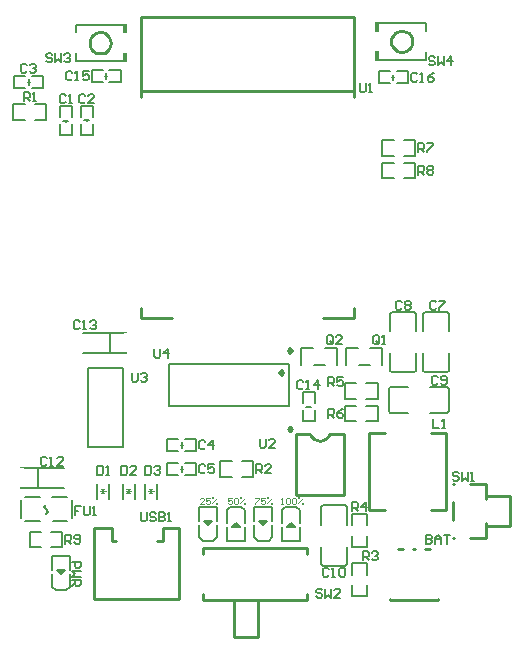
<source format=gto>
G04*
G04 #@! TF.GenerationSoftware,Altium Limited,Altium Designer,22.11.1 (43)*
G04*
G04 Layer_Color=65535*
%FSLAX25Y25*%
%MOIN*%
G70*
G04*
G04 #@! TF.SameCoordinates,76B60832-644B-4AE7-BD70-8BB73C9281A9*
G04*
G04*
G04 #@! TF.FilePolarity,Positive*
G04*
G01*
G75*
%ADD10C,0.01181*%
%ADD11C,0.01000*%
%ADD12C,0.00598*%
%ADD13C,0.00600*%
%ADD14C,0.00591*%
%ADD15C,0.00512*%
%ADD16C,0.00394*%
%ADD17C,0.00787*%
%ADD18C,0.00500*%
%ADD19C,0.00400*%
G36*
X8701Y37250D02*
Y37849D01*
X6901D01*
Y37250D01*
X8701D01*
D01*
D02*
G37*
G36*
X34500Y36500D02*
X35600Y35600D01*
X33400D01*
X34500Y36500D01*
X33400Y37400D01*
X35600D01*
X34500Y36500D01*
D02*
G37*
G36*
X43000D02*
X44100Y35600D01*
X41900D01*
X43000Y36500D01*
X41900Y37400D01*
X44100D01*
X43000Y36500D01*
D02*
G37*
G36*
X50500D02*
X51600Y35600D01*
X49400D01*
X50500Y36500D01*
X49400Y37400D01*
X51600D01*
X50500Y36500D01*
D02*
G37*
G36*
X126323Y189777D02*
X125123D01*
Y192868D01*
X126323D01*
Y189777D01*
D02*
G37*
G36*
X42377Y189277D02*
X41177D01*
Y192368D01*
X42377D01*
Y189277D01*
D02*
G37*
G36*
X126323Y180132D02*
X125123D01*
Y183223D01*
X126323D01*
Y180132D01*
D02*
G37*
G36*
X42377Y179632D02*
X41177D01*
Y182723D01*
X42377D01*
Y179632D01*
D02*
G37*
G36*
X42599Y89151D02*
X40799D01*
Y89750D01*
X42599D01*
Y89151D01*
D02*
G37*
G36*
Y82250D02*
X40799D01*
Y82849D01*
X42599D01*
Y82250D01*
D02*
G37*
G36*
X8701Y44151D02*
X6901D01*
Y44750D01*
X8701D01*
Y44151D01*
D02*
G37*
D10*
X94591Y76012D02*
X94000Y76603D01*
X93409Y76012D01*
X94000Y75421D01*
X94591Y76012D01*
X97474Y83309D02*
X96883Y83900D01*
X96292Y83309D01*
X96883Y82718D01*
X97474Y83309D01*
D11*
X97552Y57429D02*
X96882Y58099D01*
X96212Y57429D01*
X96882Y56759D01*
X97552Y57429D01*
X103575Y55342D02*
X104113Y54521D01*
X104859Y53883D01*
X105753Y53479D01*
X106725Y53340D01*
X107697Y53479D01*
X108591Y53883D01*
X109337Y54521D01*
X109875Y55342D01*
X137543Y186500D02*
X137400Y187498D01*
X136981Y188416D01*
X136320Y189178D01*
X135472Y189723D01*
X134504Y190007D01*
X133496D01*
X132528Y189723D01*
X131680Y189178D01*
X131019Y188416D01*
X130600Y187498D01*
X130457Y186500D01*
X130600Y185502D01*
X131019Y184584D01*
X131680Y183822D01*
X132528Y183277D01*
X133496Y182993D01*
X134504D01*
X135472Y183277D01*
X136320Y183822D01*
X136981Y184584D01*
X137400Y185502D01*
X137543Y186500D01*
X37043Y186000D02*
X36900Y186998D01*
X36481Y187916D01*
X35820Y188678D01*
X34972Y189223D01*
X34004Y189507D01*
X32996D01*
X32028Y189223D01*
X31179Y188678D01*
X30519Y187916D01*
X30100Y186998D01*
X29957Y186000D01*
X30100Y185002D01*
X30519Y184084D01*
X31179Y183322D01*
X32028Y182777D01*
X32996Y182493D01*
X34004D01*
X34972Y182777D01*
X35820Y183322D01*
X36481Y184084D01*
X36900Y185002D01*
X37043Y186000D01*
X37500Y20009D02*
X38684D01*
X52315D02*
X54500D01*
Y24409D01*
X59700D01*
X31400D02*
X37500D01*
Y20009D02*
Y24409D01*
X31327Y743D02*
Y24365D01*
Y743D02*
X59673D01*
Y24365D01*
X98654Y55539D02*
X103575D01*
X109875D02*
X114796D01*
X98654Y35461D02*
Y55540D01*
Y35461D02*
X114796D01*
Y35460D02*
Y55539D01*
X47244Y168046D02*
Y170050D01*
Y94396D02*
X57496D01*
X47244D02*
Y97682D01*
X118177Y94396D02*
Y97682D01*
X107859Y94396D02*
X118177D01*
Y168046D02*
Y170050D01*
X47244D02*
X118111D01*
X47244Y194790D02*
X118111D01*
X47244Y169396D02*
Y194790D01*
X118111Y169333D02*
Y194790D01*
X77978Y-12000D02*
Y339D01*
Y-12000D02*
X86000D01*
Y339D01*
X67677Y17661D02*
X102323D01*
X67677Y339D02*
X102323D01*
X67677Y15751D02*
Y17661D01*
Y339D02*
Y2249D01*
X102323Y15751D02*
Y17661D01*
Y339D02*
Y2249D01*
X151276Y21001D02*
Y21107D01*
Y27083D02*
Y32918D01*
Y39000D02*
X151398D01*
X151276Y38894D02*
Y39000D01*
X162276Y33985D02*
Y39000D01*
X156642D02*
X162276D01*
X156642Y21001D02*
X162276D01*
Y26015D01*
X151276Y21001D02*
X151398D01*
X162276Y34806D02*
X170276D01*
Y25001D02*
Y34806D01*
X162276Y25001D02*
X170276D01*
X162276D02*
Y25096D01*
X143662Y55809D02*
X148795D01*
X123205Y30219D02*
X128338D01*
X123205D02*
Y55809D01*
X128338D01*
X148795Y30219D02*
Y55809D01*
X143662Y30219D02*
X148795D01*
X141800Y17374D02*
X143515D01*
X137863D02*
X138405D01*
X133385D02*
X134468D01*
X141800Y17371D02*
X143515D01*
X132737Y17374D02*
X134189D01*
X130252Y248D02*
Y716D01*
X146000Y248D02*
Y716D01*
X130252Y248D02*
X146000D01*
D12*
X15502Y32000D02*
X14752Y31250D01*
X15502Y30500D01*
Y29000D02*
X16252Y29750D01*
X15502Y30500D01*
X24002Y27500D02*
Y33500D01*
X7002Y27500D02*
Y33500D01*
D13*
X115802Y31223D02*
X115202Y31823D01*
X107798D02*
X107198Y31223D01*
X115202Y11637D02*
X115802Y12237D01*
X107198D02*
X107798Y11637D01*
X130237Y71302D02*
X129637Y70702D01*
Y63298D02*
X130237Y62698D01*
X149823Y70702D02*
X149223Y71302D01*
Y62698D02*
X149823Y63298D01*
X130198Y76777D02*
X130798Y76177D01*
X138202D02*
X138802Y76777D01*
X130798Y96363D02*
X130198Y95763D01*
X138802D02*
X138202Y96363D01*
X141198Y76777D02*
X141798Y76177D01*
X149202D02*
X149802Y76777D01*
X141798Y96363D02*
X141198Y95763D01*
X149802D02*
X149202Y96363D01*
X96485Y65026D02*
Y78974D01*
X56515Y65026D02*
X96485D01*
X56515D02*
Y78974D01*
X96485D01*
X29601Y77595D02*
X41187D01*
X29601Y51405D02*
Y77595D01*
Y51405D02*
X41187D01*
Y77595D01*
X141977Y180432D02*
Y183023D01*
X126023Y180432D02*
X141977D01*
Y189977D02*
Y192568D01*
X126023D02*
X141977D01*
X25523Y189477D02*
Y192068D01*
X41477D01*
X25523Y179932D02*
Y182523D01*
Y179932D02*
X41477D01*
X17144Y17899D02*
X20919D01*
Y23101D01*
X17144D02*
X20919D01*
X10013Y17899D02*
X13788D01*
X10013D02*
Y23101D01*
X13788D01*
X134712Y140899D02*
X138487D01*
Y146101D01*
X134712D02*
X138487D01*
X127581Y140899D02*
X131356D01*
X127581D02*
Y146101D01*
X131356D01*
X134712Y148399D02*
X138487D01*
Y153601D01*
X134712D02*
X138487D01*
X127581Y148399D02*
X131356D01*
X127581D02*
Y153601D01*
X131356D01*
X115081Y65101D02*
X118856D01*
X115081Y59899D02*
Y65101D01*
Y59899D02*
X118856D01*
X122212Y65101D02*
X125987D01*
Y59899D02*
Y65101D01*
X122212Y59899D02*
X125987D01*
X122212Y67399D02*
X125987D01*
Y72601D01*
X122212D02*
X125987D01*
X115081Y67399D02*
X118856D01*
X115081D02*
Y72601D01*
X118856D01*
X122601Y25144D02*
Y28919D01*
X117399D02*
X122601D01*
X117399Y25144D02*
Y28919D01*
X122601Y18013D02*
Y21788D01*
X117399Y18013D02*
X122601D01*
X117399D02*
Y21788D01*
Y1581D02*
Y5356D01*
Y1581D02*
X122601D01*
Y5356D01*
X117399Y8712D02*
Y12487D01*
X122601D01*
Y8712D02*
Y12487D01*
X73547Y46601D02*
X77322D01*
X73547Y41399D02*
Y46601D01*
Y41399D02*
X77322D01*
X80678Y46601D02*
X84453D01*
Y41399D02*
Y46601D01*
X80678Y41399D02*
X84453D01*
X4581Y165601D02*
X8356D01*
X4581Y160399D02*
Y165601D01*
Y160399D02*
X8356D01*
X11712Y165601D02*
X15487D01*
Y160399D02*
Y165601D01*
X11712Y160399D02*
X15487D01*
X112509Y78641D02*
Y84359D01*
X108447D02*
X112509D01*
X100491Y78641D02*
Y84359D01*
X104553D01*
X104707Y78641D02*
X108293D01*
X127509D02*
Y84359D01*
X123447D02*
X127509D01*
X115491Y78641D02*
Y84359D01*
X119553D01*
X119707Y78641D02*
X123293D01*
X8502Y26500D02*
X13502D01*
X17646D02*
X22502D01*
X17502Y34500D02*
X22502D01*
X8502D02*
X13502D01*
X131200Y174500D02*
X131500D01*
X130900D02*
X131200D01*
Y173600D02*
Y175400D01*
X35200Y175000D02*
X35500D01*
X35800D01*
X35500Y174100D02*
Y175900D01*
X103000Y64800D02*
Y65100D01*
Y64500D02*
Y64800D01*
X102100D02*
X103900D01*
X27901Y89450D02*
X41099D01*
X27901Y82550D02*
X41099D01*
X36879D02*
Y89450D01*
X8401Y37550D02*
X21599D01*
X8401Y44450D02*
X21599D01*
X12621Y37550D02*
Y44450D01*
X107198Y25376D02*
Y31223D01*
X115802Y25376D02*
Y31223D01*
X107798Y31823D02*
X115202D01*
X107198Y12237D02*
Y18083D01*
X115802Y12237D02*
Y18083D01*
X107798Y11637D02*
X115202D01*
X130237Y62698D02*
X136083D01*
X130237Y71302D02*
X136083D01*
X129637Y63298D02*
Y70702D01*
X143377Y62698D02*
X149223D01*
X143377Y71302D02*
X149223D01*
X149823Y63298D02*
Y70702D01*
X138802Y76777D02*
Y82623D01*
X130198Y76777D02*
Y82623D01*
X130798Y76177D02*
X138202D01*
X138802Y89916D02*
Y95763D01*
X130198Y89916D02*
Y95763D01*
X130798Y96363D02*
X138202D01*
X149802Y76777D02*
Y82623D01*
X141198Y76777D02*
Y82623D01*
X141798Y76177D02*
X149202D01*
X149802Y89916D02*
Y95763D01*
X141198Y89916D02*
Y95763D01*
X141798Y96363D02*
X149202D01*
X60700Y44000D02*
X61000D01*
X60400D02*
X60700D01*
Y43100D02*
Y44900D01*
Y52000D02*
X61000D01*
X60400D02*
X60700D01*
Y51100D02*
Y52900D01*
X9700Y173000D02*
X10000D01*
X9400D02*
X9700D01*
Y172100D02*
Y173900D01*
X29000Y160200D02*
Y160500D01*
Y159900D02*
Y160200D01*
X28100D02*
X29900D01*
X22000Y160100D02*
Y160400D01*
Y159800D02*
Y160100D01*
X21100D02*
X22900D01*
D14*
X21787Y10181D02*
Y10220D01*
X20488Y8882D02*
X21787Y10181D01*
X19110Y10220D02*
X19149D01*
X20488Y8882D01*
X19110Y10220D02*
X21787D01*
X17535Y10299D02*
Y14827D01*
X23441Y10299D02*
Y14827D01*
X17535D02*
X23362D01*
X23450Y4669D02*
Y8803D01*
X21875Y3488D02*
X22269D01*
X23450Y4669D01*
X19119Y3488D02*
X21875D01*
X18725D02*
X19119D01*
X17544Y4669D02*
X18725Y3488D01*
X17544Y4669D02*
Y8803D01*
X20488Y8882D02*
Y10220D01*
X95740Y24594D02*
Y24634D01*
X97039Y25933D01*
X98378Y24594D02*
X98417D01*
X97039Y25933D02*
X98378Y24594D01*
X95740D02*
X98417D01*
X99992Y19988D02*
Y24516D01*
X94086Y19988D02*
Y24516D01*
X94165Y19988D02*
X99992D01*
X94077Y26012D02*
Y30146D01*
X95258Y31327D02*
X95652D01*
X94077Y30146D02*
X95258Y31327D01*
X95652D02*
X98408D01*
X98802D01*
X99983Y30146D01*
Y26012D02*
Y30146D01*
X97039Y24594D02*
Y25933D01*
X89149Y26681D02*
Y26720D01*
X87849Y25382D02*
X89149Y26681D01*
X86471Y26720D02*
X86511D01*
X87849Y25382D01*
X86471Y26720D02*
X89149D01*
X84896Y26799D02*
Y31327D01*
X90802Y26799D02*
Y31327D01*
X84897D02*
X90723D01*
X90811Y21169D02*
Y25303D01*
X89236Y19988D02*
X89630D01*
X90811Y21169D01*
X86481Y19988D02*
X89236D01*
X86086D02*
X86481D01*
X84905Y21169D02*
X86086Y19988D01*
X84905Y21169D02*
Y25303D01*
X87849Y25382D02*
Y26720D01*
X77378Y24594D02*
Y24634D01*
X78678Y25933D01*
X80016Y24594D02*
X80056D01*
X78678Y25933D02*
X80016Y24594D01*
X77378D02*
X80056D01*
X81631Y19988D02*
Y24516D01*
X75725Y19988D02*
Y24516D01*
X75804Y19988D02*
X81630D01*
X75716Y26012D02*
Y30146D01*
X76897Y31327D02*
X77291D01*
X75716Y30146D02*
X76897Y31327D01*
X77291D02*
X80046D01*
X80441D01*
X81622Y30146D01*
Y26012D02*
Y30146D01*
X78678Y24594D02*
Y25933D01*
X70787Y26681D02*
Y26720D01*
X69488Y25382D02*
X70787Y26681D01*
X68110Y26720D02*
X68149D01*
X69488Y25382D01*
X68110Y26720D02*
X70787D01*
X66535Y26799D02*
Y31327D01*
X72441Y26799D02*
Y31327D01*
X66535D02*
X72362D01*
X72450Y21169D02*
Y25303D01*
X70875Y19988D02*
X71269D01*
X72450Y21169D01*
X68119Y19988D02*
X70875D01*
X67725D02*
X68119D01*
X66544Y21169D02*
X67725Y19988D01*
X66544Y21169D02*
Y25303D01*
X69488Y25382D02*
Y26720D01*
D15*
X52469Y33941D02*
Y39059D01*
X48531Y33941D02*
Y39059D01*
X44969Y33941D02*
Y39059D01*
X41032Y33941D02*
Y39059D01*
X36468Y33941D02*
Y39059D01*
X32531Y33941D02*
Y39059D01*
D16*
X49500Y36500D02*
X51400D01*
X42000D02*
X43900D01*
X33500D02*
X35400D01*
D17*
X126400Y172494D02*
X130100D01*
X126400D02*
Y176494D01*
X130100D01*
X132400D02*
X136000D01*
Y172494D02*
Y176494D01*
X132400Y172494D02*
X136000D01*
X36600Y177006D02*
X40300D01*
Y173006D02*
Y177006D01*
X36600Y173006D02*
X40300D01*
X30700D02*
X34300D01*
X30700D02*
Y177006D01*
X34300D01*
X105006Y60000D02*
Y63700D01*
X101006Y60000D02*
X105006D01*
X101006D02*
Y63700D01*
Y66000D02*
Y69600D01*
X105006D01*
Y66000D02*
Y69600D01*
X55900Y41994D02*
X59600D01*
X55900D02*
Y45994D01*
X59600D01*
X61900D02*
X65500D01*
Y41994D02*
Y45994D01*
X61900Y41994D02*
X65500D01*
X55900Y49994D02*
X59600D01*
X55900D02*
Y53994D01*
X59600D01*
X61900D02*
X65500D01*
Y49994D02*
Y53994D01*
X61900Y49994D02*
X65500D01*
X4900Y170994D02*
X8600D01*
X4900D02*
Y174994D01*
X8600D01*
X10900D02*
X14500D01*
Y170994D02*
Y174994D01*
X10900Y170994D02*
X14500D01*
X31006Y155400D02*
Y159100D01*
X27006Y155400D02*
X31006D01*
X27006D02*
Y159100D01*
Y161400D02*
Y165000D01*
X31006D01*
Y161400D02*
Y165000D01*
X24006Y155300D02*
Y159000D01*
X20006Y155300D02*
X24006D01*
X20006D02*
Y159000D01*
Y161300D02*
Y164900D01*
X24006D01*
Y161300D02*
Y164900D01*
D18*
X48501Y45000D02*
Y42000D01*
X50000D01*
X50500Y42500D01*
Y44500D01*
X50000Y45000D01*
X48501D01*
X51500Y44500D02*
X52000Y45000D01*
X52999D01*
X53499Y44500D01*
Y44000D01*
X52999Y43500D01*
X52500D01*
X52999D01*
X53499Y43000D01*
Y42500D01*
X52999Y42000D01*
X52000D01*
X51500Y42500D01*
X40501Y45000D02*
Y42000D01*
X42000D01*
X42500Y42500D01*
Y44500D01*
X42000Y45000D01*
X40501D01*
X45499Y42000D02*
X43500D01*
X45499Y44000D01*
Y44500D01*
X44999Y45000D01*
X44000D01*
X43500Y44500D01*
X32501Y45000D02*
Y42000D01*
X34000D01*
X34500Y42500D01*
Y44500D01*
X34000Y45000D01*
X32501D01*
X35500Y42000D02*
X36499D01*
X36000D01*
Y45000D01*
X35500Y44500D01*
X21933Y19001D02*
Y22000D01*
X23432D01*
X23932Y21500D01*
Y20500D01*
X23432Y20000D01*
X21933D01*
X22932D02*
X23932Y19001D01*
X24932Y19500D02*
X25432Y19001D01*
X26431D01*
X26931Y19500D01*
Y21500D01*
X26431Y22000D01*
X25432D01*
X24932Y21500D01*
Y21000D01*
X25432Y20500D01*
X26931D01*
X24001Y12999D02*
X27000D01*
Y11499D01*
X26500Y10999D01*
X25500D01*
X25000Y11499D01*
Y12999D01*
X27000Y10000D02*
X24001D01*
X25000Y9000D01*
X24001Y8000D01*
X27000D01*
X24001Y7001D02*
X27000D01*
Y5501D01*
X26500Y5001D01*
X25500D01*
X25000Y5501D01*
Y7001D01*
Y6001D02*
X24001Y5001D01*
X47002Y29500D02*
Y27000D01*
X47502Y26500D01*
X48501D01*
X49001Y27000D01*
Y29500D01*
X52000Y29000D02*
X51500Y29500D01*
X50501D01*
X50001Y29000D01*
Y28500D01*
X50501Y28000D01*
X51500D01*
X52000Y27500D01*
Y27000D01*
X51500Y26500D01*
X50501D01*
X50001Y27000D01*
X53000Y29500D02*
Y26500D01*
X54499D01*
X54999Y27000D01*
Y27500D01*
X54499Y28000D01*
X53000D01*
X54499D01*
X54999Y28500D01*
Y29000D01*
X54499Y29500D01*
X53000D01*
X55999Y26500D02*
X56998D01*
X56499D01*
Y29500D01*
X55999Y29000D01*
X51501Y84000D02*
Y81500D01*
X52001Y81001D01*
X53000D01*
X53500Y81500D01*
Y84000D01*
X55999Y81001D02*
Y84000D01*
X54500Y82500D01*
X56499D01*
X44001Y75999D02*
Y73500D01*
X44501Y73001D01*
X45500D01*
X46000Y73500D01*
Y75999D01*
X47000Y75500D02*
X47500Y75999D01*
X48499D01*
X48999Y75500D01*
Y75000D01*
X48499Y74500D01*
X48000D01*
X48499D01*
X48999Y74000D01*
Y73500D01*
X48499Y73001D01*
X47500D01*
X47000Y73500D01*
X86726Y54000D02*
Y51500D01*
X87226Y51000D01*
X88225D01*
X88725Y51500D01*
Y54000D01*
X91724Y51000D02*
X89725D01*
X91724Y53000D01*
Y53500D01*
X91224Y54000D01*
X90225D01*
X89725Y53500D01*
X120001Y172500D02*
Y170000D01*
X120501Y169501D01*
X121500D01*
X122000Y170000D01*
Y172500D01*
X123000Y169501D02*
X123999D01*
X123500D01*
Y172500D01*
X123000Y172000D01*
X145001Y181000D02*
X144501Y181500D01*
X143501D01*
X143001Y181000D01*
Y180500D01*
X143501Y180000D01*
X144501D01*
X145001Y179500D01*
Y179000D01*
X144501Y178500D01*
X143501D01*
X143001Y179000D01*
X146000Y181500D02*
Y178500D01*
X147000Y179500D01*
X148000Y178500D01*
Y181500D01*
X150499Y178500D02*
Y181500D01*
X148999Y180000D01*
X150999D01*
X17501Y182000D02*
X17001Y182500D01*
X16001D01*
X15501Y182000D01*
Y181500D01*
X16001Y181000D01*
X17001D01*
X17501Y180500D01*
Y180000D01*
X17001Y179500D01*
X16001D01*
X15501Y180000D01*
X18500Y182500D02*
Y179500D01*
X19500Y180500D01*
X20500Y179500D01*
Y182500D01*
X21499Y182000D02*
X21999Y182500D01*
X22999D01*
X23499Y182000D01*
Y181500D01*
X22999Y181000D01*
X22499D01*
X22999D01*
X23499Y180500D01*
Y180000D01*
X22999Y179500D01*
X21999D01*
X21499Y180000D01*
X107501Y3500D02*
X107001Y3999D01*
X106001D01*
X105501Y3500D01*
Y3000D01*
X106001Y2500D01*
X107001D01*
X107501Y2000D01*
Y1500D01*
X107001Y1001D01*
X106001D01*
X105501Y1500D01*
X108500Y3999D02*
Y1001D01*
X109500Y2000D01*
X110500Y1001D01*
Y3999D01*
X113499Y1001D02*
X111499D01*
X113499Y3000D01*
Y3500D01*
X112999Y3999D01*
X111999D01*
X111499Y3500D01*
X153000Y42500D02*
X152501Y43000D01*
X151501D01*
X151001Y42500D01*
Y42000D01*
X151501Y41500D01*
X152501D01*
X153000Y41000D01*
Y40500D01*
X152501Y40001D01*
X151501D01*
X151001Y40500D01*
X154000Y43000D02*
Y40001D01*
X155000Y41000D01*
X156000Y40001D01*
Y43000D01*
X156999Y40001D02*
X157999D01*
X157499D01*
Y43000D01*
X156999Y42500D01*
X139569Y142000D02*
Y145000D01*
X141068D01*
X141568Y144500D01*
Y143500D01*
X141068Y143000D01*
X139569D01*
X140568D02*
X141568Y142000D01*
X142568Y144500D02*
X143068Y145000D01*
X144067D01*
X144567Y144500D01*
Y144000D01*
X144067Y143500D01*
X144567Y143000D01*
Y142500D01*
X144067Y142000D01*
X143068D01*
X142568Y142500D01*
Y143000D01*
X143068Y143500D01*
X142568Y144000D01*
Y144500D01*
X143068Y143500D02*
X144067D01*
X139569Y149501D02*
Y152499D01*
X141068D01*
X141568Y152000D01*
Y151000D01*
X141068Y150500D01*
X139569D01*
X140568D02*
X141568Y149501D01*
X142568Y152499D02*
X144567D01*
Y152000D01*
X142568Y150000D01*
Y149501D01*
X109501Y61001D02*
Y63999D01*
X111000D01*
X111500Y63500D01*
Y62500D01*
X111000Y62000D01*
X109501D01*
X110501D02*
X111500Y61001D01*
X114499Y63999D02*
X113499Y63500D01*
X112500Y62500D01*
Y61500D01*
X113000Y61001D01*
X113999D01*
X114499Y61500D01*
Y62000D01*
X113999Y62500D01*
X112500D01*
X109501Y71500D02*
Y74499D01*
X111000D01*
X111500Y74000D01*
Y73000D01*
X111000Y72500D01*
X109501D01*
X110501D02*
X111500Y71500D01*
X114499Y74499D02*
X112500D01*
Y73000D01*
X113499Y73500D01*
X113999D01*
X114499Y73000D01*
Y72000D01*
X113999Y71500D01*
X113000D01*
X112500Y72000D01*
X117501Y29932D02*
Y32932D01*
X119000D01*
X119500Y32432D01*
Y31432D01*
X119000Y30932D01*
X117501D01*
X118500D02*
X119500Y29932D01*
X121999D02*
Y32932D01*
X120500Y31432D01*
X122499D01*
X121001Y13500D02*
Y16499D01*
X122500D01*
X123000Y16000D01*
Y15000D01*
X122500Y14500D01*
X121001D01*
X122001D02*
X123000Y13500D01*
X124000Y16000D02*
X124500Y16499D01*
X125499D01*
X125999Y16000D01*
Y15500D01*
X125499Y15000D01*
X124999D01*
X125499D01*
X125999Y14500D01*
Y14000D01*
X125499Y13500D01*
X124500D01*
X124000Y14000D01*
X85467Y42500D02*
Y45500D01*
X86966D01*
X87466Y45000D01*
Y44000D01*
X86966Y43500D01*
X85467D01*
X86466D02*
X87466Y42500D01*
X90465D02*
X88466D01*
X90465Y44500D01*
Y45000D01*
X89965Y45500D01*
X88966D01*
X88466Y45000D01*
X8001Y166500D02*
Y169500D01*
X9500D01*
X10000Y169000D01*
Y168000D01*
X9500Y167500D01*
X8001D01*
X9000D02*
X10000Y166500D01*
X11000D02*
X11999D01*
X11500D01*
Y169500D01*
X11000Y169000D01*
X111000Y86000D02*
Y88000D01*
X110500Y88499D01*
X109501D01*
X109001Y88000D01*
Y86000D01*
X109501Y85501D01*
X110500D01*
X110001Y86500D02*
X111000Y85501D01*
X110500D02*
X111000Y86000D01*
X113999Y85501D02*
X112000D01*
X113999Y87500D01*
Y88000D01*
X113499Y88499D01*
X112500D01*
X112000Y88000D01*
X126500Y86000D02*
Y88000D01*
X126000Y88499D01*
X125001D01*
X124501Y88000D01*
Y86000D01*
X125001Y85501D01*
X126000D01*
X125500Y86500D02*
X126500Y85501D01*
X126000D02*
X126500Y86000D01*
X127500Y85501D02*
X128499D01*
X127999D01*
Y88499D01*
X127500Y88000D01*
X144501Y60514D02*
Y57515D01*
X146500D01*
X147500D02*
X148499D01*
X148000D01*
Y60514D01*
X147500Y60014D01*
X27000Y31499D02*
X25001D01*
Y30000D01*
X26001D01*
X25001D01*
Y28501D01*
X28000Y31499D02*
Y29000D01*
X28500Y28501D01*
X29500D01*
X30000Y29000D01*
Y31499D01*
X30999Y28501D02*
X31999D01*
X31499D01*
Y31499D01*
X30999Y31000D01*
X142001Y22000D02*
Y19001D01*
X143501D01*
X144001Y19500D01*
Y20000D01*
X143501Y20500D01*
X142001D01*
X143501D01*
X144001Y21000D01*
Y21500D01*
X143501Y22000D01*
X142001D01*
X145000Y19001D02*
Y21000D01*
X146000Y22000D01*
X147000Y21000D01*
Y19001D01*
Y20500D01*
X145000D01*
X147999Y22000D02*
X149999D01*
X148999D01*
Y19001D01*
X139251Y175500D02*
X138751Y175999D01*
X137751D01*
X137251Y175500D01*
Y173500D01*
X137751Y173001D01*
X138751D01*
X139251Y173500D01*
X140250Y173001D02*
X141250D01*
X140750D01*
Y175999D01*
X140250Y175500D01*
X144749Y175999D02*
X143749Y175500D01*
X142749Y174500D01*
Y173500D01*
X143249Y173001D01*
X144249D01*
X144749Y173500D01*
Y174000D01*
X144249Y174500D01*
X142749D01*
X24251Y176000D02*
X23751Y176499D01*
X22751D01*
X22251Y176000D01*
Y174000D01*
X22751Y173501D01*
X23751D01*
X24251Y174000D01*
X25250Y173501D02*
X26250D01*
X25750D01*
Y176499D01*
X25250Y176000D01*
X29749Y176499D02*
X27749D01*
Y175000D01*
X28749Y175500D01*
X29249D01*
X29749Y175000D01*
Y174000D01*
X29249Y173501D01*
X28249D01*
X27749Y174000D01*
X101251Y73100D02*
X100751Y73599D01*
X99751D01*
X99251Y73100D01*
Y71100D01*
X99751Y70600D01*
X100751D01*
X101251Y71100D01*
X102250Y70600D02*
X103250D01*
X102750D01*
Y73599D01*
X102250Y73100D01*
X106249Y70600D02*
Y73599D01*
X104749Y72100D01*
X106749D01*
X26751Y93000D02*
X26251Y93499D01*
X25251D01*
X24751Y93000D01*
Y91000D01*
X25251Y90500D01*
X26251D01*
X26751Y91000D01*
X27750Y90500D02*
X28750D01*
X28250D01*
Y93499D01*
X27750Y93000D01*
X30249D02*
X30749Y93499D01*
X31749D01*
X32249Y93000D01*
Y92500D01*
X31749Y92000D01*
X31249D01*
X31749D01*
X32249Y91500D01*
Y91000D01*
X31749Y90500D01*
X30749D01*
X30249Y91000D01*
X15751Y47500D02*
X15251Y48000D01*
X14251D01*
X13751Y47500D01*
Y45500D01*
X14251Y45000D01*
X15251D01*
X15751Y45500D01*
X16750Y45000D02*
X17750D01*
X17250D01*
Y48000D01*
X16750Y47500D01*
X21249Y45000D02*
X19249D01*
X21249Y47000D01*
Y47500D01*
X20749Y48000D01*
X19749D01*
X19249Y47500D01*
X109751Y10500D02*
X109251Y11000D01*
X108251D01*
X107751Y10500D01*
Y8500D01*
X108251Y8000D01*
X109251D01*
X109751Y8500D01*
X110750Y8000D02*
X111750D01*
X111250D01*
Y11000D01*
X110750Y10500D01*
X113249D02*
X113749Y11000D01*
X114749D01*
X115249Y10500D01*
Y8500D01*
X114749Y8000D01*
X113749D01*
X113249Y8500D01*
Y10500D01*
X146000Y74500D02*
X145500Y74999D01*
X144501D01*
X144001Y74500D01*
Y72500D01*
X144501Y72000D01*
X145500D01*
X146000Y72500D01*
X147000D02*
X147500Y72000D01*
X148499D01*
X148999Y72500D01*
Y74500D01*
X148499Y74999D01*
X147500D01*
X147000Y74500D01*
Y74000D01*
X147500Y73500D01*
X148999D01*
X134000Y99500D02*
X133500Y99999D01*
X132501D01*
X132001Y99500D01*
Y97500D01*
X132501Y97000D01*
X133500D01*
X134000Y97500D01*
X135000Y99500D02*
X135500Y99999D01*
X136499D01*
X136999Y99500D01*
Y99000D01*
X136499Y98500D01*
X136999Y98000D01*
Y97500D01*
X136499Y97000D01*
X135500D01*
X135000Y97500D01*
Y98000D01*
X135500Y98500D01*
X135000Y99000D01*
Y99500D01*
X135500Y98500D02*
X136499D01*
X145500Y99500D02*
X145000Y99999D01*
X144001D01*
X143501Y99500D01*
Y97500D01*
X144001Y97000D01*
X145000D01*
X145500Y97500D01*
X146500Y99999D02*
X148499D01*
Y99500D01*
X146500Y97500D01*
Y97000D01*
X68500Y45000D02*
X68000Y45500D01*
X67001D01*
X66501Y45000D01*
Y43000D01*
X67001Y42500D01*
X68000D01*
X68500Y43000D01*
X71499Y45500D02*
X69500D01*
Y44000D01*
X70499Y44500D01*
X70999D01*
X71499Y44000D01*
Y43000D01*
X70999Y42500D01*
X70000D01*
X69500Y43000D01*
X68500Y53000D02*
X68000Y53500D01*
X67001D01*
X66501Y53000D01*
Y51000D01*
X67001Y50501D01*
X68000D01*
X68500Y51000D01*
X70999Y50501D02*
Y53500D01*
X69500Y52000D01*
X71499D01*
X9000Y178500D02*
X8500Y178999D01*
X7501D01*
X7001Y178500D01*
Y176500D01*
X7501Y176000D01*
X8500D01*
X9000Y176500D01*
X10000Y178500D02*
X10500Y178999D01*
X11499D01*
X11999Y178500D01*
Y178000D01*
X11499Y177500D01*
X11000D01*
X11499D01*
X11999Y177000D01*
Y176500D01*
X11499Y176000D01*
X10500D01*
X10000Y176500D01*
X28500Y168400D02*
X28000Y168900D01*
X27001D01*
X26501Y168400D01*
Y166400D01*
X27001Y165901D01*
X28000D01*
X28500Y166400D01*
X31499Y165901D02*
X29500D01*
X31499Y167900D01*
Y168400D01*
X30999Y168900D01*
X30000D01*
X29500Y168400D01*
X22000D02*
X21500Y168900D01*
X20501D01*
X20001Y168400D01*
Y166400D01*
X20501Y165901D01*
X21500D01*
X22000Y166400D01*
X23000Y165901D02*
X23999D01*
X23499D01*
Y168900D01*
X23000Y168400D01*
D19*
X93835Y32334D02*
X94501D01*
X94168D01*
Y34333D01*
X93835Y34000D01*
X95501D02*
X95834Y34333D01*
X96500D01*
X96834Y34000D01*
Y32667D01*
X96500Y32334D01*
X95834D01*
X95501Y32667D01*
Y34000D01*
X97500D02*
X97833Y34333D01*
X98500D01*
X98833Y34000D01*
Y32667D01*
X98500Y32334D01*
X97833D01*
X97500Y32667D01*
Y34000D01*
X99499Y32667D02*
X101165Y34333D01*
X99499D02*
Y34666D01*
X99833D01*
Y34333D01*
X99499D01*
X100832Y32334D02*
Y32667D01*
X101165D01*
Y32334D01*
X100832D01*
X85168Y34333D02*
X86501D01*
Y34000D01*
X85168Y32667D01*
Y32334D01*
X88500Y34333D02*
X87167D01*
Y33333D01*
X87833Y33667D01*
X88167D01*
X88500Y33333D01*
Y32667D01*
X88167Y32334D01*
X87500D01*
X87167Y32667D01*
X89166D02*
X90832Y34333D01*
X89166D02*
Y34666D01*
X89499D01*
Y34333D01*
X89166D01*
X90499Y32334D02*
Y32667D01*
X90832D01*
Y32334D01*
X90499D01*
X77500Y34333D02*
X76168D01*
Y33333D01*
X76834Y33667D01*
X77167D01*
X77500Y33333D01*
Y32667D01*
X77167Y32334D01*
X76501D01*
X76168Y32667D01*
X78167Y34000D02*
X78500Y34333D01*
X79167D01*
X79500Y34000D01*
Y32667D01*
X79167Y32334D01*
X78500D01*
X78167Y32667D01*
Y34000D01*
X80166Y32667D02*
X81832Y34333D01*
X80166D02*
Y34666D01*
X80500D01*
Y34333D01*
X80166D01*
X81499Y32334D02*
Y32667D01*
X81832D01*
Y32334D01*
X81499D01*
X68001D02*
X66668D01*
X68001Y33667D01*
Y34000D01*
X67667Y34333D01*
X67001D01*
X66668Y34000D01*
X70000Y34333D02*
X68667D01*
Y33333D01*
X69333Y33667D01*
X69667D01*
X70000Y33333D01*
Y32667D01*
X69667Y32334D01*
X69000D01*
X68667Y32667D01*
X70666D02*
X72332Y34333D01*
X70666D02*
Y34666D01*
X70999D01*
Y34333D01*
X70666D01*
X71999Y32334D02*
Y32667D01*
X72332D01*
Y32334D01*
X71999D01*
M02*

</source>
